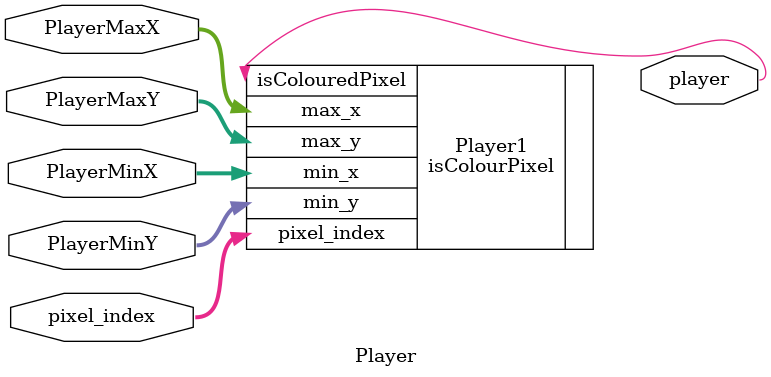
<source format=v>
`timescale 1ns / 1ps


module Player(
    input[12:0] pixel_index ,
    input[6:0] PlayerMinX , PlayerMaxX , input[5:0] PlayerMinY , PlayerMaxY ,
    output player
);

    isColourPixel Player1(.min_x(PlayerMinX) , .max_x(PlayerMaxX) , .min_y(PlayerMinY) , .max_y(PlayerMaxY) , .pixel_index(pixel_index) , .isColouredPixel(player));
endmodule

</source>
